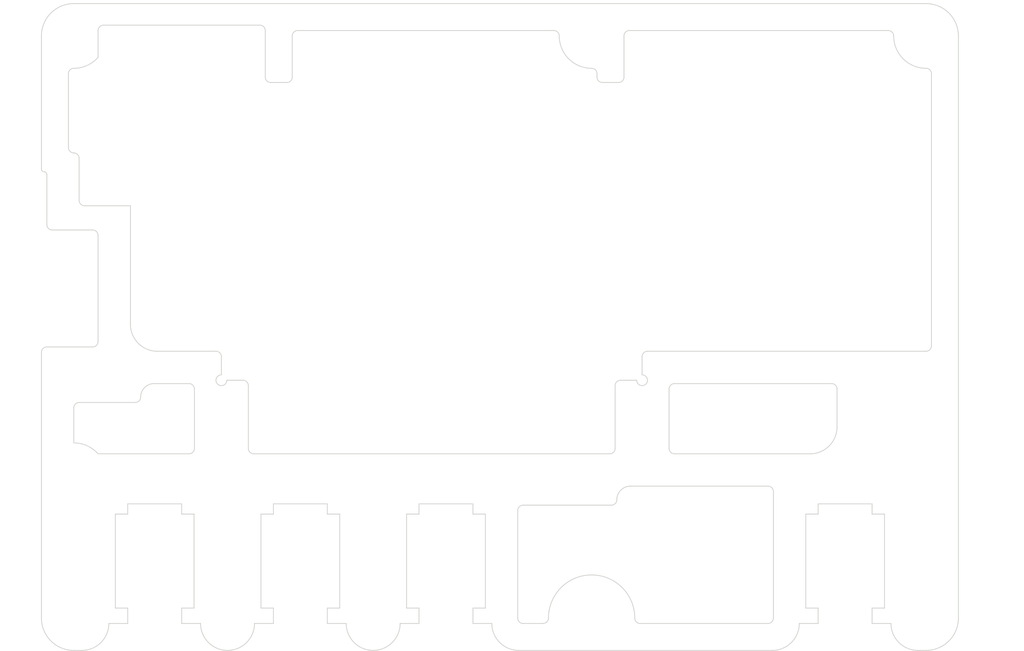
<source format=kicad_pcb>
(kicad_pcb (version 4) (host pcbnew 4.0.6-e0-6349~53~ubuntu14.04.1)
  (title_block (title SBMS120) (rev 03) (company "Electrodacus (Schematic and PCB layout released under CC-BY-SA 3.0 licence)"))
  (layers (0 F.Cu signal) (31 B.Cu signal) (34 B.Paste user) (35 F.Paste user) (36 B.SilkS user) (37 F.SilkS user) (38 B.Mask user) (39 F.Mask user) (44 Edge.Cuts user))
  (net 0 "")
  (net 1 /BAT0)
  (net 2 /CPV1P)
  (net 3 /CPV2P)
  (net 4 /CSI1a)
  (net 5 /CSI2a)
  (net 6 /LDMON)
  (net 7 /PV+)
  (net 8 /PV1)
  (net 9 /PV2)
  (net 10 GND)
  (net 11 "Net-(D7-Pad1)")
  (module dacusnewlib:H1-5mm-M (layer F.Cu) (at 84.5 138)
    (fp_text reference "" hide)
    (fp_text value "" hide)
    (pad "" np_thru_hole circle (at 0 0) (size 5 5) (drill 5) (layers *.Cu *.Mask))
  )
  (module dacusnewlib:H1-5mm-M (layer F.Cu) (at 111.5 138)
    (fp_text reference "" hide)
    (fp_text value "" hide)
    (pad "" np_thru_hole circle (at 0 0) (size 5 5) (drill 5) (layers *.Cu *.Mask))
  )
  (module dacusnewlib:H1-5mm-M (layer F.Cu) (at 56 36)
    (fp_text reference "" hide)
    (fp_text value "" hide)
    (pad "" np_thru_hole circle (at 0 0) (size 5 5) (drill 5) (layers *.Cu *.Mask))
  )
  (module dacusnewlib:H1-5mm-M (layer F.Cu) (at 152 36)
    (fp_text reference "" hide)
    (fp_text value "" hide)
    (pad "" np_thru_hole circle (at 0 0) (size 5 5) (drill 5) (layers *.Cu *.Mask))
  )
  (module dacusnewlib:H1-5mm-M (layer F.Cu) (at 214 36)
    (fp_text reference "" hide)
    (fp_text value "" hide)
    (pad "" np_thru_hole circle (at 0 0) (size 5 5) (drill 5) (layers *.Cu *.Mask))
  )
  (module dacusnewlib:H1-3mm-M (layer F.Cu) (at 56 117.5)
    (fp_text reference "" hide)
    (fp_text value "" hide)
    (pad "" np_thru_hole circle (at 0 0) (size 3 3) (drill 3) (layers *.Cu *.Mask))
  )
  (module dacusnewlib:H1-3mm-M (layer F.Cu) (at 152 117.5)
    (fp_text reference "" hide)
    (fp_text value "" hide)
    (pad "" np_thru_hole circle (at 0 0) (size 3 3) (drill 3) (layers *.Cu *.Mask))
  )
  (module dacusnewlib:H1-3mm-M (layer F.Cu) (at 214 117.5)
    (fp_text reference "" hide)
    (fp_text value "" hide)
    (pad "" np_thru_hole circle (at 0 0) (size 3 3) (drill 3) (layers *.Cu *.Mask))
  )
  (module dacusnewlib:H1-3mm-M (layer F.Cu) (at 56 144)
    (fp_text reference "" hide)
    (fp_text value "" hide)
    (pad "" np_thru_hole circle (at 0 0) (size 3 3) (drill 3) (layers *.Cu *.Mask))
  )
  (module dacusnewlib:H1-3mm-M (layer F.Cu) (at 214 144)
    (fp_text reference "" hide)
    (fp_text value "" hide)
    (pad "" np_thru_hole circle (at 0 0) (size 3 3) (drill 3) (layers *.Cu *.Mask))
  )
  (module dacusnewlib:H1-5mm-M (layer F.Cu) (at 64 98)
    (fp_text reference "" hide)
    (fp_text value "" hide)
    (pad "" np_thru_hole circle (at 0 0) (size 5 5) (drill 5) (layers *.Cu *.Mask))
  )
  (module dacusnewlib:H1-5x9mm-M (layer F.Cu) (at 207 105)
    (fp_text reference "" hide)
    (fp_text value "" hide)
    (pad "" np_thru_hole oval (at 0 0) (size 9 5) (drill oval 9 5) (layers *.Cu *.Mask))
  )
  (module dacusnewlib:H1-6mm-M (layer F.Cu) (at 152 144)
    (fp_text reference "" hide)
    (fp_text value "" hide)
    (pad "" np_thru_hole circle (at 0 0) (size 6 6) (drill 6) (layers *.Cu *.Mask))
  )
  (gr_line (start 161 145) (end 184.7 145) (layer Edge.Cuts) (width 0.15))
  (gr_line (start 139.3 145) (end 143 145) (layer Edge.Cuts) (width 0.15))
  (gr_arc (start 152 144) (end 144 144) (angle 180) (layer Edge.Cuts) (width 0.15))
  (gr_arc (start 161 144) (end 161 145) (angle 90) (layer Edge.Cuts) (width 0.15))
  (gr_arc (start 143 144) (end 144 144) (angle 90) (layer Edge.Cuts) (width 0.15))
  (gr_arc (start 162.36 95.5) (end 161.36 95.5) (angle 90) (layer Edge.Cuts) (width 0.15))
  (gr_arc (start 139.3 144) (end 139.3 145) (angle 90) (layer Edge.Cuts) (width 0.15))
  (gr_arc (start 184.7 144) (end 185.7 144) (angle 90) (layer Edge.Cuts) (width 0.15))
  (gr_arc (start 184.7 120.53) (end 184.7 119.53) (angle 90) (layer Edge.Cuts) (width 0.15))
  (gr_arc (start 139.3 124.06) (end 138.3 124.06) (angle 90) (layer Edge.Cuts) (width 0.15))
  (gr_line (start 155.67 123.06) (end 139.3 123.06) (layer Edge.Cuts) (width 0.15))
  (gr_arc (start 155.67 122.06) (end 156.67 122.06) (angle 90) (layer Edge.Cuts) (width 0.15))
  (gr_arc (start 159.2 122.06) (end 156.67 122.06) (angle 90) (layer Edge.Cuts) (width 0.15))
  (gr_line (start 184.7 119.53) (end 159.2 119.53) (layer Edge.Cuts) (width 0.15))
  (gr_line (start 185.7 144) (end 185.7 120.53) (layer Edge.Cuts) (width 0.15))
  (gr_line (start 138.3 124.06) (end 138.3 144) (layer Edge.Cuts) (width 0.15))
  (gr_line (start 212.5 150) (end 214 150) (layer Edge.Cuts) (width 0.15))
  (gr_line (start 138.5 150) (end 185.5 150) (layer Edge.Cuts) (width 0.15))
  (gr_line (start 56 150) (end 57.5 150) (layer Edge.Cuts) (width 0.15))
  (gr_line (start 204 124.71) (end 206.3 124.71) (layer Edge.Cuts) (width 0.15))
  (gr_line (start 204 122.81) (end 204 124.71) (layer Edge.Cuts) (width 0.15))
  (gr_line (start 194 122.81) (end 204 122.81) (layer Edge.Cuts) (width 0.15))
  (gr_line (start 194 124.71) (end 194 122.81) (layer Edge.Cuts) (width 0.15))
  (gr_line (start 191.7 124.71) (end 194 124.71) (layer Edge.Cuts) (width 0.15))
  (gr_line (start 130 124.71) (end 132.3 124.71) (layer Edge.Cuts) (width 0.15))
  (gr_line (start 130 122.81) (end 130 124.71) (layer Edge.Cuts) (width 0.15))
  (gr_line (start 120 122.81) (end 130 122.81) (layer Edge.Cuts) (width 0.15))
  (gr_line (start 120 124.71) (end 120 122.81) (layer Edge.Cuts) (width 0.15))
  (gr_line (start 117.7 124.71) (end 120 124.71) (layer Edge.Cuts) (width 0.15))
  (gr_line (start 103 124.71) (end 105.3 124.71) (layer Edge.Cuts) (width 0.15))
  (gr_line (start 103 122.81) (end 103 124.71) (layer Edge.Cuts) (width 0.15))
  (gr_line (start 93 122.81) (end 103 122.81) (layer Edge.Cuts) (width 0.15))
  (gr_line (start 93 124.71) (end 93 122.81) (layer Edge.Cuts) (width 0.15))
  (gr_line (start 90.7 124.71) (end 93 124.71) (layer Edge.Cuts) (width 0.15))
  (gr_line (start 76 124.71) (end 78.3 124.71) (layer Edge.Cuts) (width 0.15))
  (gr_line (start 76 122.81) (end 76 124.71) (layer Edge.Cuts) (width 0.15))
  (gr_line (start 66 122.81) (end 76 122.81) (layer Edge.Cuts) (width 0.15))
  (gr_line (start 66 124.71) (end 66 122.81) (layer Edge.Cuts) (width 0.15))
  (gr_line (start 63.7 124.71) (end 66 124.71) (layer Edge.Cuts) (width 0.15))
  (gr_line (start 204 145) (end 207.5 145) (layer Edge.Cuts) (width 0.15))
  (gr_line (start 204 142.15) (end 204 145) (layer Edge.Cuts) (width 0.15))
  (gr_line (start 206.3 142.15) (end 204 142.15) (layer Edge.Cuts) (width 0.15))
  (gr_line (start 206.3 124.71) (end 206.3 142.15) (layer Edge.Cuts) (width 0.15))
  (gr_line (start 194 145) (end 190.5 145) (layer Edge.Cuts) (width 0.15))
  (gr_line (start 194 142.15) (end 194 145) (layer Edge.Cuts) (width 0.15))
  (gr_line (start 191.7 142.15) (end 194 142.15) (layer Edge.Cuts) (width 0.15))
  (gr_line (start 191.7 124.71) (end 191.7 142.15) (layer Edge.Cuts) (width 0.15))
  (gr_line (start 130 145) (end 133.5 145) (layer Edge.Cuts) (width 0.15))
  (gr_line (start 130 142.15) (end 130 145) (layer Edge.Cuts) (width 0.15))
  (gr_line (start 132.3 142.15) (end 130 142.15) (layer Edge.Cuts) (width 0.15))
  (gr_line (start 132.3 124.71) (end 132.3 142.15) (layer Edge.Cuts) (width 0.15))
  (gr_line (start 120 145) (end 116.5 145) (layer Edge.Cuts) (width 0.15))
  (gr_line (start 120 142.15) (end 120 145) (layer Edge.Cuts) (width 0.15))
  (gr_line (start 117.7 142.15) (end 120 142.15) (layer Edge.Cuts) (width 0.15))
  (gr_line (start 117.7 124.71) (end 117.7 142.15) (layer Edge.Cuts) (width 0.15))
  (gr_line (start 103 145) (end 106.5 145) (layer Edge.Cuts) (width 0.15))
  (gr_line (start 103 142.15) (end 103 145) (layer Edge.Cuts) (width 0.15))
  (gr_line (start 105.3 142.15) (end 103 142.15) (layer Edge.Cuts) (width 0.15))
  (gr_line (start 105.3 124.71) (end 105.3 142.15) (layer Edge.Cuts) (width 0.15))
  (gr_line (start 93 145) (end 89.5 145) (layer Edge.Cuts) (width 0.15))
  (gr_line (start 93 142.15) (end 93 145) (layer Edge.Cuts) (width 0.15))
  (gr_line (start 90.7 142.15) (end 93 142.15) (layer Edge.Cuts) (width 0.15))
  (gr_line (start 90.7 124.71) (end 90.7 142.15) (layer Edge.Cuts) (width 0.15))
  (gr_arc (start 212.5 145) (end 212.5 150) (angle 90) (layer Edge.Cuts) (width 0.15))
  (gr_arc (start 185.5 145) (end 190.5 145) (angle 90) (layer Edge.Cuts) (width 0.15))
  (gr_arc (start 138.5 145) (end 138.5 150) (angle 90) (layer Edge.Cuts) (width 0.15))
  (gr_arc (start 111.5 145) (end 116.5 145) (angle 180) (layer Edge.Cuts) (width 0.15))
  (gr_line (start 76 145) (end 79.5 145) (layer Edge.Cuts) (width 0.15))
  (gr_line (start 62.5 145) (end 66 145) (layer Edge.Cuts) (width 0.15))
  (gr_line (start 66 142.15) (end 66 145) (layer Edge.Cuts) (width 0.15))
  (gr_line (start 63.7 142.15) (end 66 142.15) (layer Edge.Cuts) (width 0.15))
  (gr_line (start 63.7 124.71) (end 63.7 142.15) (layer Edge.Cuts) (width 0.15))
  (gr_arc (start 57.5 145) (end 62.5 145) (angle 90) (layer Edge.Cuts) (width 0.15))
  (gr_arc (start 84.5 145) (end 89.5 145) (angle 180) (layer Edge.Cuts) (width 0.15))
  (gr_line (start 76 142.15) (end 76 145) (layer Edge.Cuts) (width 0.15))
  (gr_line (start 78.3 142.15) (end 76 142.15) (layer Edge.Cuts) (width 0.15))
  (gr_line (start 78.3 124.71) (end 78.3 142.15) (layer Edge.Cuts) (width 0.15))
  (gr_arc (start 50.5 60.7) (end 50.5 61.2) (angle 90) (layer Edge.Cuts) (width 0.15))
  (gr_arc (start 50.5 61.7) (end 50.5 61.2) (angle 90) (layer Edge.Cuts) (width 0.15))
  (gr_line (start 51 71) (end 51 61.7) (layer Edge.Cuts) (width 0.15))
  (gr_arc (start 52 71) (end 52 72) (angle 90) (layer Edge.Cuts) (width 0.15))
  (gr_line (start 60.5 113.53) (end 77.36 113.53) (layer Edge.Cuts) (width 0.15))
  (gr_line (start 155.36 113.53) (end 89.36 113.53) (layer Edge.Cuts) (width 0.15))
  (gr_arc (start 157.36 100.88) (end 156.36 100.88) (angle 90) (layer Edge.Cuts) (width 0.15))
  (gr_arc (start 167.36 112.53) (end 167.36 113.53) (angle 90) (layer Edge.Cuts) (width 0.15))
  (gr_arc (start 155.36 112.53) (end 156.36 112.53) (angle 90) (layer Edge.Cuts) (width 0.15))
  (gr_arc (start 89.36 112.53) (end 89.36 113.53) (angle 90) (layer Edge.Cuts) (width 0.15))
  (gr_arc (start 77.36 112.53) (end 78.36 112.53) (angle 90) (layer Edge.Cuts) (width 0.15))
  (gr_line (start 84.36 99.88) (end 87.36 99.88) (layer Edge.Cuts) (width 0.15))
  (gr_arc (start 167.36 101.5) (end 166.36 101.5) (angle 89.9) (layer Edge.Cuts) (width 0.15))
  (gr_arc (start 77.36 101.5) (end 77.36 100.5) (angle 90) (layer Edge.Cuts) (width 0.15))
  (gr_arc (start 87.36 100.88) (end 87.36 99.88) (angle 90) (layer Edge.Cuts) (width 0.15))
  (gr_arc (start 82.36 95.5) (end 82.36 94.5) (angle 90) (layer Edge.Cuts) (width 0.15))
  (gr_line (start 78.36 101.5) (end 78.36 112.53) (layer Edge.Cuts) (width 0.15))
  (gr_line (start 70.9 100.5) (end 77.36 100.5) (layer Edge.Cuts) (width 0.15))
  (gr_line (start 88.36 100.88) (end 88.36 112.53) (layer Edge.Cuts) (width 0.15))
  (gr_line (start 166.36 101.5) (end 166.36 112.53) (layer Edge.Cuts) (width 0.15))
  (gr_line (start 156.36 100.88) (end 156.36 112.53) (layer Edge.Cuts) (width 0.15))
  (gr_arc (start 161.36 99.88) (end 161.36 98.88) (angle 270) (layer Edge.Cuts) (width 0.15))
  (gr_arc (start 83.36 99.88) (end 84.36 99.88) (angle 270) (layer Edge.Cuts) (width 0.15))
  (gr_arc (start 192.5 108.53) (end 197.5 108.53) (angle 90) (layer Edge.Cuts) (width 0.15))
  (gr_arc (start 196.5 101.5) (end 196.5 100.5) (angle 90) (layer Edge.Cuts) (width 0.15))
  (gr_line (start 167.36 100.5) (end 196.5 100.5) (layer Edge.Cuts) (width 0.15))
  (gr_line (start 197.5 101.5) (end 197.5 108.53) (layer Edge.Cuts) (width 0.15))
  (gr_line (start 161.36 95.5) (end 161.36 98.88) (layer Edge.Cuts) (width 0.15))
  (gr_line (start 214 94.5) (end 162.36 94.5) (layer Edge.Cuts) (width 0.15))
  (gr_line (start 167.36 113.53) (end 192.5 113.53) (layer Edge.Cuts) (width 0.15))
  (gr_arc (start 157 43.64) (end 158 43.64) (angle 90) (layer Edge.Cuts) (width 0.15))
  (gr_arc (start 154 43.64) (end 154 44.64) (angle 90) (layer Edge.Cuts) (width 0.15))
  (gr_arc (start 95.5 43.64) (end 96.5 43.64) (angle 90) (layer Edge.Cuts) (width 0.15))
  (gr_arc (start 92.5 43.64) (end 92.5 44.64) (angle 90) (layer Edge.Cuts) (width 0.15))
  (gr_line (start 154 44.64) (end 157 44.64) (layer Edge.Cuts) (width 0.15))
  (gr_line (start 92.5 44.64) (end 95.5 44.64) (layer Edge.Cuts) (width 0.15))
  (gr_line (start 160.36 99.88) (end 157.36 99.88) (layer Edge.Cuts) (width 0.15))
  (gr_line (start 83.36 95.5) (end 83.36 98.88) (layer Edge.Cuts) (width 0.15))
  (gr_arc (start 57 105) (end 56 105) (angle 90) (layer Edge.Cuts) (width 0.15))
  (gr_line (start 71.5 94.5) (end 82.36 94.5) (layer Edge.Cuts) (width 0.15))
  (gr_arc (start 67.4 103) (end 68.4 103) (angle 90) (layer Edge.Cuts) (width 0.15))
  (gr_arc (start 70.9 103) (end 68.4 103) (angle 90) (layer Edge.Cuts) (width 0.15))
  (gr_line (start 57 104) (end 67.4 104) (layer Edge.Cuts) (width 0.15))
  (gr_line (start 56 111.5) (end 56 105) (layer Edge.Cuts) (width 0.15))
  (gr_arc (start 59.5 92.7) (end 60.5 92.7) (angle 90) (layer Edge.Cuts) (width 0.15))
  (gr_arc (start 51 94.7) (end 50 94.7) (angle 90) (layer Edge.Cuts) (width 0.15))
  (gr_arc (start 59.5 73) (end 59.5 72) (angle 90) (layer Edge.Cuts) (width 0.15))
  (gr_line (start 52 72) (end 59.5 72) (layer Edge.Cuts) (width 0.15))
  (gr_arc (start 71.5 89.5) (end 71.5 94.5) (angle 90) (layer Edge.Cuts) (width 0.15))
  (gr_arc (start 214 93.5) (end 215 93.5) (angle 90) (layer Edge.Cuts) (width 0.15))
  (gr_arc (start 214 43) (end 214 42) (angle 90) (layer Edge.Cuts) (width 0.15))
  (gr_line (start 159 35) (end 207 35) (layer Edge.Cuts) (width 0.15))
  (gr_line (start 158 43.64) (end 158 36) (layer Edge.Cuts) (width 0.15))
  (gr_arc (start 207 36) (end 207 35) (angle 90) (layer Edge.Cuts) (width 0.15))
  (gr_arc (start 159 36) (end 158 36) (angle 90) (layer Edge.Cuts) (width 0.15))
  (gr_line (start 153 43) (end 153 43.64) (layer Edge.Cuts) (width 0.15))
  (gr_line (start 96.5 36) (end 96.5 43.64) (layer Edge.Cuts) (width 0.15))
  (gr_line (start 91.5 35) (end 91.5 43.64) (layer Edge.Cuts) (width 0.15))
  (gr_arc (start 152 43) (end 152 42) (angle 90) (layer Edge.Cuts) (width 0.15))
  (gr_arc (start 152 36) (end 152 42) (angle 90) (layer Edge.Cuts) (width 0.15))
  (gr_line (start 60.5 35) (end 60.5 39.97) (layer Edge.Cuts) (width 0.15))
  (gr_line (start 61.5 34) (end 90.5 34) (layer Edge.Cuts) (width 0.15))
  (gr_arc (start 90.5 35) (end 90.5 34) (angle 90) (layer Edge.Cuts) (width 0.15))
  (gr_arc (start 61.5 35) (end 60.5 35) (angle 90) (layer Edge.Cuts) (width 0.15))
  (gr_line (start 97.5 35) (end 145 35) (layer Edge.Cuts) (width 0.15))
  (gr_arc (start 145 36) (end 145 35) (angle 90) (layer Edge.Cuts) (width 0.15))
  (gr_arc (start 97.5 36) (end 96.5 36) (angle 90) (layer Edge.Cuts) (width 0.15))
  (gr_line (start 56.99005 58.7) (end 56.99005 66.5) (layer Edge.Cuts) (width 0.15))
  (gr_arc (start 57.99 66.5) (end 57.99 67.5) (angle 90) (layer Edge.Cuts) (width 0.15))
  (gr_line (start 55 43) (end 55 56.7) (layer Edge.Cuts) (width 0.15))
  (gr_arc (start 55.99 58.7) (end 56 57.7) (angle 89.4270613) (layer Edge.Cuts) (width 0.15))
  (gr_arc (start 56 56.7) (end 56 57.7) (angle 90) (layer Edge.Cuts) (width 0.15))
  (gr_arc (start 56 43) (end 55 43) (angle 90) (layer Edge.Cuts) (width 0.15))
  (gr_line (start 57.99 67.5) (end 66.5 67.5) (layer Edge.Cuts) (width 0.15))
  (gr_line (start 66.5 89.5) (end 66.5 67.5) (layer Edge.Cuts) (width 0.15))
  (gr_line (start 215 43) (end 215 93.5) (layer Edge.Cuts) (width 0.15))
  (gr_arc (start 214 36) (end 214 42) (angle 90) (layer Edge.Cuts) (width 0.15))
  (gr_arc (start 56 36) (end 60.5 39.97) (angle 48.58054575) (layer Edge.Cuts) (width 0.15))
  (gr_arc (start 56 117.5) (end 56 111.5) (angle 48.58054575) (layer Edge.Cuts) (width 0.15))
  (gr_line (start 59.5 93.7) (end 51 93.7) (layer Edge.Cuts) (width 0.15))
  (gr_line (start 60.5 73) (end 60.5 92.7) (layer Edge.Cuts) (width 0.15))
  (gr_line (start 50 94.7) (end 50 144) (layer Edge.Cuts) (width 0.15))
  (gr_line (start 50 36) (end 50 60.7) (layer Edge.Cuts) (width 0.15))
  (gr_arc (start 56 36) (end 50 36) (angle 90) (layer Edge.Cuts) (width 0.15))
  (gr_arc (start 214 36) (end 214 30) (angle 90) (layer Edge.Cuts) (width 0.15))
  (gr_arc (start 214 144) (end 220 144) (angle 90) (layer Edge.Cuts) (width 0.15))
  (gr_arc (start 56 144) (end 56 150) (angle 90) (layer Edge.Cuts) (width 0.15))
  (gr_line (start 56 30) (end 214 30) (angle 90) (layer Edge.Cuts) (width 0.15))
  (gr_line (start 220 144) (end 220 36) (angle 90) (layer Edge.Cuts) (width 0.15))
)
</source>
